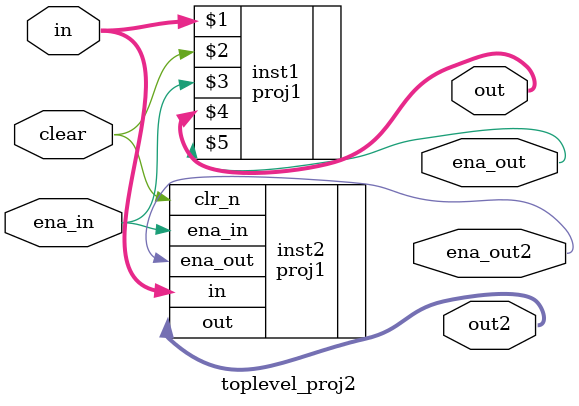
<source format=v>
module toplevel_proj2(	
						    input [23:0] in,
							 input clear,
							 input ena_in,
							 output [23:0] out,
							 output [23:0] out2,
							 output ena_out,
							 output ena_out2
							 );

//proj1 inst1(
//			   .ena_in(ena_in),
//				.clr_n(clear),
//			   .in(in),
//			   .out(out),
//			   .ena_out(ena_out)
//			   ); 
				
proj1 inst1(in, clear, ena_in, out, ena_out); 
				
proj1 inst2(
			   .clr_n(clear),
			   .ena_in(ena_in),
			   .in(in),
			   .out(out2),
			   .ena_out(ena_out2)
			   ); 
		
endmodule 
</source>
